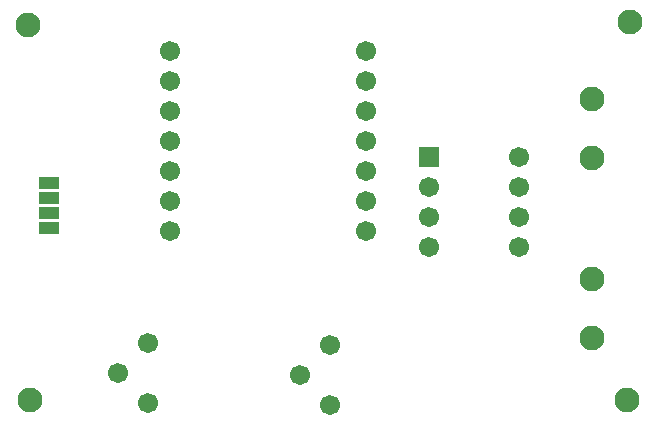
<source format=gbs>
G04 Layer: BottomSolderMaskLayer*
G04 EasyEDA v6.5.50, 2025-05-02 13:44:32*
G04 9c8b662e0eda49d2b6f133a678b52552,4ea17189a5af4923b0f09c00d4425dfb,10*
G04 Gerber Generator version 0.2*
G04 Scale: 100 percent, Rotated: No, Reflected: No *
G04 Dimensions in millimeters *
G04 leading zeros omitted , absolute positions ,4 integer and 5 decimal *
%FSLAX45Y45*%
%MOMM*%

%AMMACRO1*4,1,8,-0.8212,-0.8509,-0.8509,-0.8209,-0.8509,0.8212,-0.8212,0.8509,0.8209,0.8509,0.8509,0.8212,0.8509,-0.8209,0.8209,-0.8509,-0.8212,-0.8509,0*%
%AMMACRO2*4,1,8,-0.8212,-0.4953,-0.8509,-0.4653,-0.8509,0.4656,-0.8212,0.4953,0.8209,0.4953,0.8509,0.4656,0.8509,-0.4653,0.8209,-0.4953,-0.8212,-0.4953,0*%
%ADD10MACRO1*%
%ADD11C,1.7018*%
%ADD12C,2.1016*%
%ADD13C,1.7016*%
%ADD14MACRO2*%
%ADD15C,0.0125*%

%LPD*%
D10*
G01*
X4406900Y5105400D03*
D11*
G01*
X4406900Y4851400D03*
G01*
X4406900Y4597400D03*
G01*
X4406900Y4343400D03*
G01*
X5168900Y4343400D03*
G01*
X5168900Y4597400D03*
G01*
X5168900Y4851400D03*
G01*
X5168900Y5105400D03*
D12*
G01*
X1016000Y6223000D03*
G01*
X1028700Y3048000D03*
G01*
X6108700Y6248400D03*
G01*
X6083300Y3048000D03*
D13*
G01*
X1778000Y3276600D03*
G01*
X2032000Y3022600D03*
G01*
X2032000Y3530600D03*
G01*
X3314700Y3263900D03*
G01*
X3568700Y3009900D03*
G01*
X3568700Y3517900D03*
D12*
G01*
X5791200Y5597144D03*
G01*
X5791200Y5096255D03*
G01*
X5791200Y4073144D03*
G01*
X5791200Y3572255D03*
D14*
G01*
X1193800Y4635500D03*
G01*
X1193800Y4508500D03*
G01*
X1193800Y4762500D03*
G01*
X1193800Y4889500D03*
D13*
G01*
X2218004Y6007100D03*
G01*
X2218004Y5753100D03*
G01*
X2218004Y5499100D03*
G01*
X2218004Y4991100D03*
G01*
X2218004Y4737100D03*
G01*
X2218004Y4483100D03*
G01*
X3877995Y6007100D03*
G01*
X3877995Y5753100D03*
G01*
X3877995Y5499100D03*
G01*
X3877995Y5245100D03*
G01*
X3877995Y4991100D03*
G01*
X3877995Y4737100D03*
G01*
X3877995Y4483100D03*
G01*
X2218004Y5245100D03*
M02*

</source>
